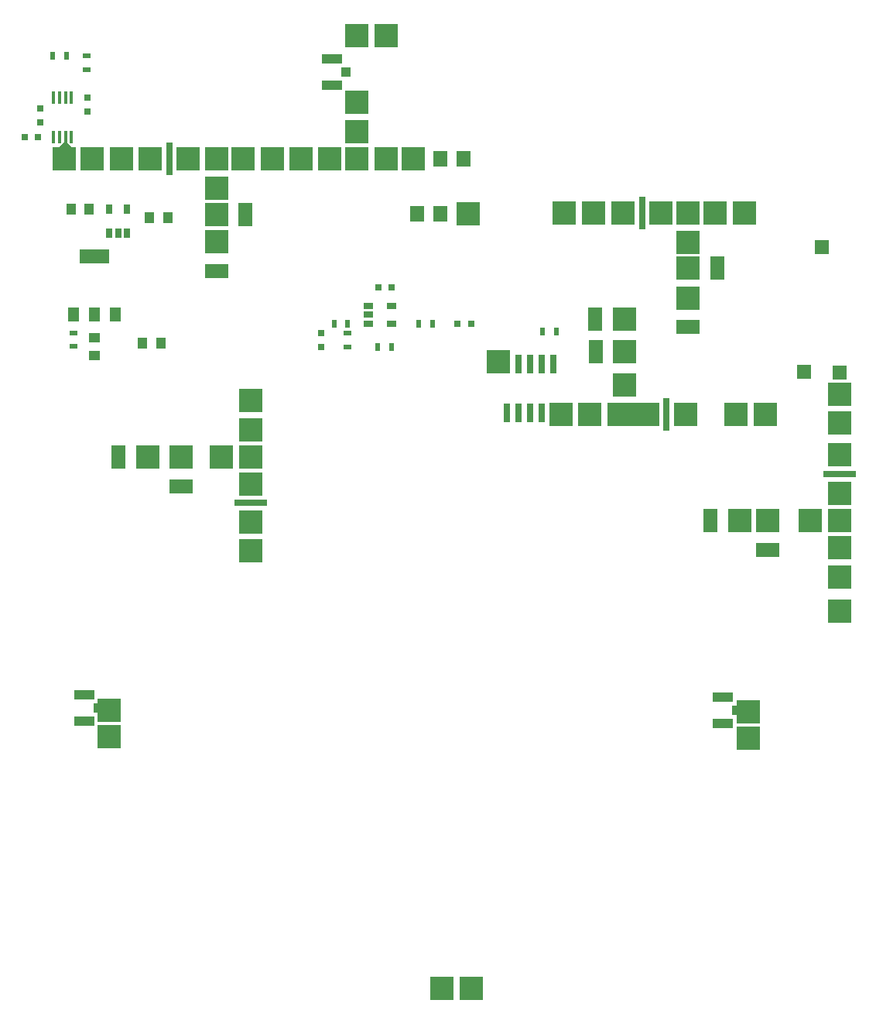
<source format=gtp>
G04 #@! TF.FileFunction,Paste,Top*
%FSLAX46Y46*%
G04 Gerber Fmt 4.6, Leading zero omitted, Abs format (unit mm)*
G04 Created by KiCad (PCBNEW 4.0.7) date 11/10/17 16:01:10*
%MOMM*%
%LPD*%
G01*
G04 APERTURE LIST*
%ADD10C,0.100000*%
%ADD11R,2.540000X2.540000*%
%ADD12R,0.400000X1.350000*%
%ADD13R,1.524000X1.651000*%
%ADD14R,0.762000X2.159000*%
%ADD15R,0.635000X3.556000*%
%ADD16R,3.556000X0.635000*%
%ADD17R,0.990600X0.685800*%
%ADD18R,0.900000X0.500000*%
%ADD19R,0.500000X0.900000*%
%ADD20R,0.750000X0.800000*%
%ADD21R,0.800000X0.750000*%
%ADD22R,2.514600X2.514600*%
%ADD23R,1.000000X1.250000*%
%ADD24R,1.250000X1.000000*%
%ADD25R,2.200000X1.050000*%
%ADD26R,1.050000X1.000000*%
%ADD27R,3.300000X1.600000*%
%ADD28R,1.200000X1.600000*%
%ADD29R,1.524000X2.540000*%
%ADD30R,2.540000X1.524000*%
%ADD31R,1.524000X1.524000*%
%ADD32R,0.685800X0.990600*%
G04 APERTURE END LIST*
D10*
D11*
X109196500Y-116471700D03*
X93702500Y-133845300D03*
D12*
X89575000Y-66941700D03*
X88925000Y-66941700D03*
X88275000Y-66941700D03*
X87625000Y-66941700D03*
X89575000Y-71241700D03*
X88925000Y-71241700D03*
X88275000Y-71241700D03*
X87625000Y-71241700D03*
D10*
G36*
X89549600Y-72364600D02*
X88279600Y-72364600D01*
X88787600Y-71729600D01*
X89041600Y-71729600D01*
X89549600Y-72364600D01*
X89549600Y-72364600D01*
G37*
D11*
X88813000Y-73571100D03*
X132983600Y-79629000D03*
D13*
X129961000Y-73609200D03*
X132501000Y-73609200D03*
X127421000Y-79578200D03*
X129961000Y-79578200D03*
D11*
X126938400Y-73583800D03*
D14*
X139714600Y-95999300D03*
D11*
X136285600Y-95821500D03*
D14*
X138444600Y-95999300D03*
X140984600Y-95999300D03*
X142254600Y-95999300D03*
X137174600Y-101333300D03*
X138444600Y-101333300D03*
X139714600Y-101333300D03*
X140984600Y-101333300D03*
D11*
X143143600Y-101511100D03*
X123992000Y-60121800D03*
X120791600Y-60121800D03*
X105424600Y-76784200D03*
X105424600Y-73583800D03*
X102351200Y-73583800D03*
X98185600Y-73583800D03*
D15*
X100268400Y-73583800D03*
D11*
X152579700Y-101511100D03*
X156745300Y-101511100D03*
D15*
X154662500Y-101511100D03*
D11*
X154065600Y-79552800D03*
X149900000Y-79552800D03*
D15*
X151982800Y-79552800D03*
D11*
X173582960Y-110149640D03*
X173582960Y-105984040D03*
D16*
X173582960Y-108066840D03*
D11*
X109196500Y-109143800D03*
X109196500Y-113309400D03*
D16*
X109196500Y-111226600D03*
D17*
X124601600Y-89700100D03*
X124601600Y-91605100D03*
X122010801Y-89700100D03*
X122010801Y-90652600D03*
X122010801Y-91605100D03*
D11*
X159983800Y-79552800D03*
X163184200Y-79552800D03*
X165457500Y-101523800D03*
X162257100Y-101523800D03*
X149468200Y-101511100D03*
X146267800Y-101511100D03*
X109196500Y-100050600D03*
X109196500Y-103251000D03*
X173582960Y-99301300D03*
X173582960Y-102501700D03*
X173572800Y-116138960D03*
X173572800Y-119339360D03*
X114644800Y-73583800D03*
X117845200Y-73583800D03*
X120791600Y-67411600D03*
X120791600Y-70612000D03*
X120791600Y-73583800D03*
X123992000Y-73583800D03*
X157024700Y-82753200D03*
X157024700Y-79552800D03*
X105996100Y-106197400D03*
X109196500Y-106197400D03*
D18*
X119801000Y-92645800D03*
X119801000Y-94145800D03*
D19*
X127560000Y-91592400D03*
X129060000Y-91592400D03*
X124585943Y-94165200D03*
X123085943Y-94165200D03*
D20*
X91276800Y-68428300D03*
X91276800Y-66928300D03*
D21*
X84430800Y-71259700D03*
X85930800Y-71259700D03*
D20*
X86146000Y-68122100D03*
X86146000Y-69622100D03*
D11*
X163593140Y-134035800D03*
X173575340Y-123063000D03*
D22*
X163616000Y-136956800D03*
X93715200Y-136779000D03*
D20*
X116916600Y-94176276D03*
X116916600Y-92676276D03*
D21*
X133322124Y-91649800D03*
X131822124Y-91649800D03*
X123116124Y-87615800D03*
X124616124Y-87615800D03*
D19*
X118283743Y-91629800D03*
X119783743Y-91629800D03*
D23*
X97340540Y-93769180D03*
X99340540Y-93769180D03*
D11*
X91810200Y-73583800D03*
X95010600Y-73583800D03*
D24*
X92038800Y-93124780D03*
X92038800Y-95124780D03*
D11*
X108320200Y-73583800D03*
X111520600Y-73583800D03*
X143499200Y-79552800D03*
X146699600Y-79552800D03*
D18*
X89798520Y-94130560D03*
X89798520Y-92630560D03*
D25*
X90933900Y-132192100D03*
D26*
X92458900Y-133642100D03*
D25*
X90933900Y-135092100D03*
X160824540Y-132408000D03*
D26*
X162349540Y-133858000D03*
D25*
X160824540Y-135308000D03*
D27*
X92038800Y-84252600D03*
D28*
X89788800Y-90652600D03*
X92038800Y-90652600D03*
X94388800Y-90652600D03*
D29*
X146902800Y-94696280D03*
D11*
X150103200Y-94696280D03*
D29*
X108625000Y-79679800D03*
D11*
X105424600Y-79679800D03*
D29*
X160225100Y-85572600D03*
D11*
X157024700Y-85572600D03*
D30*
X101538400Y-109397800D03*
D11*
X101538400Y-106197400D03*
D29*
X159450400Y-113157000D03*
D11*
X162650800Y-113157000D03*
D25*
X118033800Y-62685000D03*
D26*
X119558800Y-64135000D03*
D25*
X118033800Y-65585000D03*
D31*
X173585500Y-97002600D03*
X169750100Y-96901000D03*
X171629700Y-83286600D03*
D30*
X165724200Y-116357400D03*
D11*
X165724200Y-113157000D03*
D29*
X146867240Y-91135200D03*
D11*
X150067640Y-91135200D03*
D30*
X105434760Y-85877400D03*
D11*
X105434760Y-82677000D03*
X150108280Y-101513640D03*
X150108280Y-98313240D03*
D30*
X157047560Y-92008960D03*
D11*
X157047560Y-88808560D03*
D29*
X94688020Y-106197400D03*
D11*
X97888420Y-106197400D03*
X173572800Y-113151920D03*
X170372400Y-113151920D03*
D23*
X91525600Y-79070200D03*
X89525600Y-79070200D03*
X98123500Y-80048100D03*
X100123500Y-80048100D03*
D32*
X93726000Y-79108300D03*
X95631000Y-79108300D03*
X93726000Y-81699099D03*
X94678500Y-81699099D03*
X95631000Y-81699099D03*
D19*
X142634400Y-92506800D03*
X141134400Y-92506800D03*
X89027700Y-62357000D03*
X87527700Y-62357000D03*
D18*
X91224100Y-62369000D03*
X91224100Y-63869000D03*
D11*
X133315600Y-164235401D03*
X130115200Y-164235401D03*
X133315600Y-164235401D03*
X130115200Y-164235401D03*
M02*

</source>
